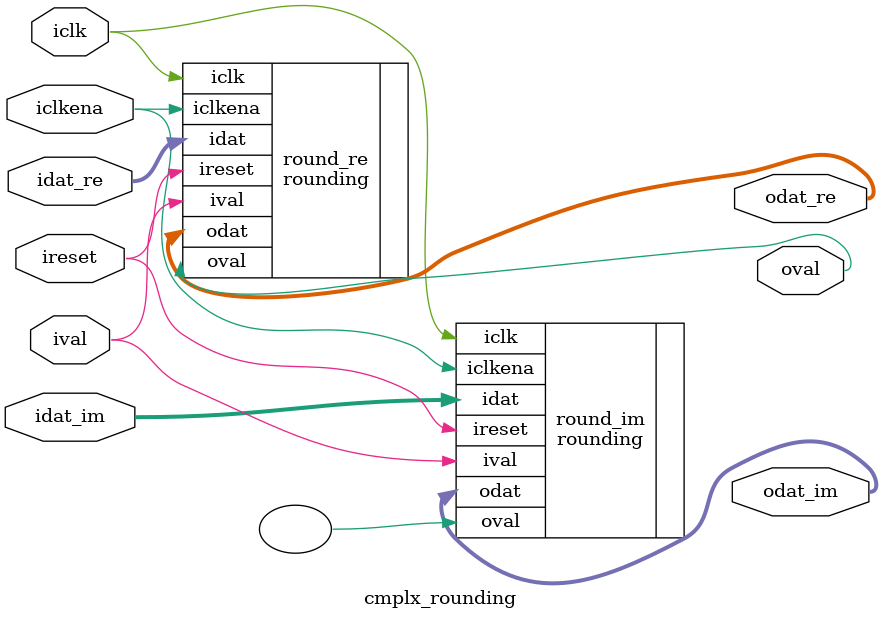
<source format=sv>
/*



  parameter int pIDAT_W     = 24 ;
  parameter int pODAT_W     =  8 ;
  parameter int pDIV        = pIDAT_W - pODAT_W;
  parameter bit pFULL_SCALE =  0 ;


  logic                 cmplx_rounding__iclk    ;
  logic                 cmplx_rounding__ireset  ;
  logic                 cmplx_rounding__iclkena ;
  logic                 cmplx_rounding__ival    ;
  logic [pIDAT_W-1 : 0] cmplx_rounding__idat_re ;
  logic [pIDAT_W-1 : 0] cmplx_rounding__idat_im ;
  logic                 cmplx_rounding__oval    ;
  logic [pODAT_W-1 : 0] cmplx_rounding__odat_re ;
  logic [pODAT_W-1 : 0] cmplx_rounding__odat_im ;



  cmplx_rounding
  #(
    .pIDAT_W     ( pIDAT_W     ) ,
    .pODAT_W     ( pODAT_W     ) ,
    .pDIV        ( pDIV        ) ,
    .pFULL_SCALE ( pFULL_SCALE )
  )
  cmplx_rounding
  (
    .iclk    ( cmplx_rounding__iclk    ) ,
    .ireset  ( cmplx_rounding__ireset  ) ,
    .iclkena ( cmplx_rounding__iclkena ) ,
    .ival    ( cmplx_rounding__ival    ) ,
    .idat_re ( cmplx_rounding__idat_re ) ,
    .idat_im ( cmplx_rounding__idat_im ) ,
    .oval    ( cmplx_rounding__oval    ) ,
    .odat_re ( cmplx_rounding__odat_re ) ,
    .odat_im ( cmplx_rounding__odat_im )
  );


  assign cmplx_rounding__iclk    = '0 ;
  assign cmplx_rounding__ireset  = '0 ;
  assign cmplx_rounding__iclkena = '0 ;
  assign cmplx_rounding__ival    = '0 ;
  assign cmplx_rounding__idat_re = '0 ;
  assign cmplx_rounding__idat_im = '0 ;



*/

//
// block for count floor(x/div + 0.5) with bitwidth conversion
//

module cmplx_rounding
#(
  parameter int pIDAT_W     = 24 ,
  parameter int pODAT_W     =  8 ,
  parameter int pDIV        = pIDAT_W - pODAT_W , // round mode else round + saturation mode
  parameter int pFULL_SCALE =  0
)
(
  iclk    ,
  ireset  ,
  iclkena ,
  //
  ival    ,
  idat_re ,
  idat_im ,
  //
  oval    ,
  odat_re ,
  odat_im
);

  //------------------------------------------------------------------------------------------------------
  //
  //------------------------------------------------------------------------------------------------------

  input  logic                 iclk    ;
  input  logic                 ireset  ;
  input  logic                 iclkena ;
  //
  input  logic                 ival    ;
  input  logic [pIDAT_W-1 : 0] idat_re ;
  input  logic [pIDAT_W-1 : 0] idat_im ;
  //
  output logic                 oval    ;
  output logic [pODAT_W-1 : 0] odat_re ;
  output logic [pODAT_W-1 : 0] odat_im ;

  //------------------------------------------------------------------------------------------------------
  //
  //------------------------------------------------------------------------------------------------------

  rounding
  #(
    .pIDAT_W     ( pIDAT_W     ) ,
    .pODAT_W     ( pODAT_W     ) ,
    .pDIV        ( pDIV        ) ,
    .pFULL_SCALE ( pFULL_SCALE )
  )
  round_re
  (
    .iclk    ( iclk    ) ,
    .ireset  ( ireset  ) ,
    .iclkena ( iclkena ) ,
    //
    .ival    ( ival    ) ,
    .idat    ( idat_re ) ,
    //
    .oval    ( oval    ) ,
    .odat    ( odat_re )
  );

  rounding
  #(
    .pIDAT_W     ( pIDAT_W     ) ,
    .pODAT_W     ( pODAT_W     ) ,
    .pDIV        ( pDIV        ) ,
    .pFULL_SCALE ( pFULL_SCALE )
  )
  round_im
  (
    .iclk    ( iclk    ) ,
    .ireset  ( ireset  ) ,
    .iclkena ( iclkena ) ,
    //
    .ival    ( ival    ) ,
    .idat    ( idat_im ) ,
    //
    .oval    (         ) ,
    .odat    ( odat_im )
  );

endmodule

</source>
